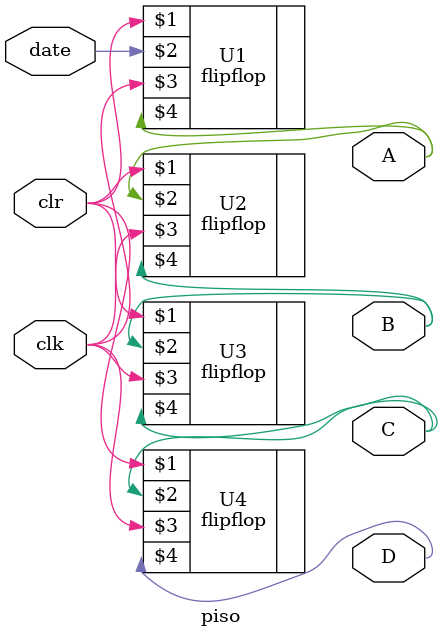
<source format=v>
module piso
(
	date,
	clk,
	clr,
	A,
	B,
	C,
	D
);
	input clr, date, clk;
	output A,B,C,D;
	
	
	flipflop U1(clr, date,	clk,	A);
	flipflop U2(clr, A,	clk,	B);
	flipflop U3(clr, B,	clk,	C);
	flipflop U4(clr, C,	clk,	D);
	
	
endmodule

</source>
